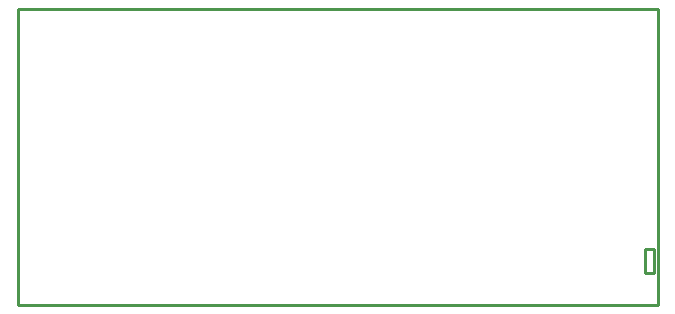
<source format=gko>
G04 Layer: BoardOutlineLayer*
G04 EasyEDA v6.5.37, 2023-11-05 12:22:53*
G04 b38ca7787a6d49d182703bcf24ee71ae,61ca570dd1bc49e89b508e185065188e,10*
G04 Gerber Generator version 0.2*
G04 Scale: 100 percent, Rotated: No, Reflected: No *
G04 Dimensions in millimeters *
G04 leading zeros omitted , absolute positions ,4 integer and 5 decimal *
%FSLAX45Y45*%
%MOMM*%

%ADD10C,0.2540*%
D10*
X1651000Y10604500D02*
G01*
X7073900Y10604500D01*
X7073900Y8100060D01*
X1651000Y8100060D01*
X1651000Y10604500D01*
X6959600Y8572500D02*
G01*
X6959600Y8369300D01*
X6959600Y8369300D02*
G01*
X7035800Y8369300D01*
X7035800Y8369300D02*
G01*
X7035800Y8572500D01*
X7035800Y8572500D02*
G01*
X6959600Y8572500D01*

%LPD*%
M02*

</source>
